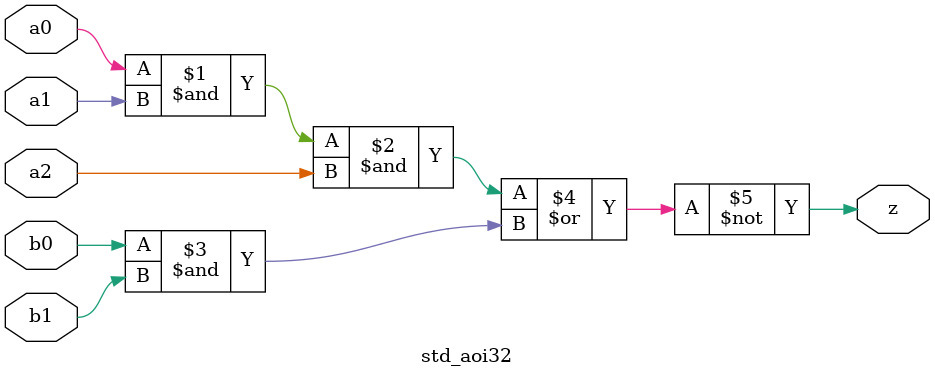
<source format=sv>

module std_aoi32 #(parameter DW = 1 ) // array width
(
	input [DW-1:0]  a0,
	input [DW-1:0]  a1,
	input [DW-1:0]  a2,
	input [DW-1:0]  b0,
	input [DW-1:0]  b1, 
	output [DW-1:0] z
);

assign z = ~((a0 & a1 & a2) | (b0 & b1));

endmodule

</source>
